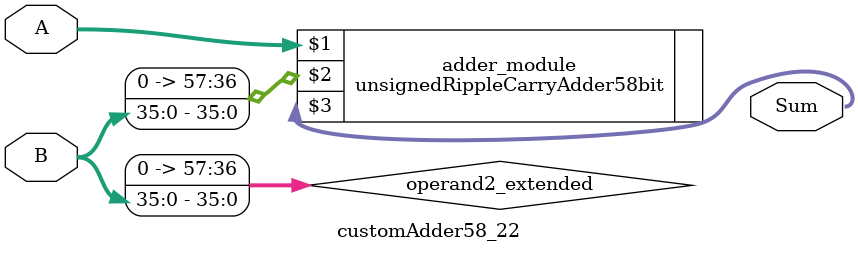
<source format=v>
module customAdder58_22(
                        input [57 : 0] A,
                        input [35 : 0] B,
                        
                        output [58 : 0] Sum
                );

        wire [57 : 0] operand2_extended;
        
        assign operand2_extended =  {22'b0, B};
        
        unsignedRippleCarryAdder58bit adder_module(
            A,
            operand2_extended,
            Sum
        );
        
        endmodule
        
</source>
